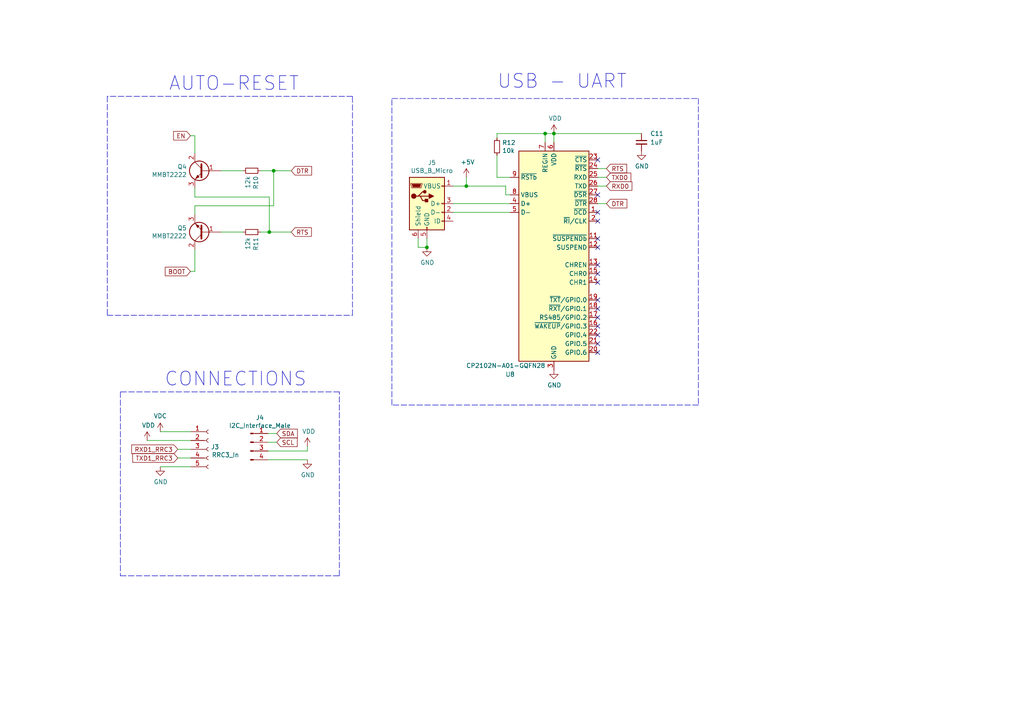
<source format=kicad_sch>
(kicad_sch (version 20211123) (generator eeschema)
  (paper "A4")
  (lib_symbols
    (symbol "Connector:Conn_01x04_Male" (pin_names (offset 1.016) hide)
      (property "Reference" "J" (at 0 5.08 0))
      (property "Value" "Conn_01x04_Male" (at 0 -7.62 0))
      (symbol "Conn_01x04_Male_1_1"
        (polyline (pts (xy 1.27 -5.08) (xy 0.8636 -5.08)) (stroke (width 0.1524)))
        (polyline (pts (xy 1.27 -2.54) (xy 0.8636 -2.54)) (stroke (width 0.1524)))
        (polyline (pts (xy 1.27 0) (xy 0.8636 0)) (stroke (width 0.1524)))
        (polyline (pts (xy 1.27 2.54) (xy 0.8636 2.54)) (stroke (width 0.1524)))
        (rectangle (start 0.8636 -4.953) (end 0 -5.207) (stroke (width 0.1524)) (fill (type outline)))
        (rectangle (start 0.8636 -2.413) (end 0 -2.667) (stroke (width 0.1524)) (fill (type outline)))
        (rectangle (start 0.8636 0.127) (end 0 -0.127) (stroke (width 0.1524)) (fill (type outline)))
        (rectangle (start 0.8636 2.667) (end 0 2.413) (stroke (width 0.1524)) (fill (type outline)))
        (pin passive line (at 5.08 2.54 180) (length 3.81) (name "Pin_1") (number "1"))
        (pin passive line (at 5.08 0 180) (length 3.81) (name "Pin_2") (number "2"))
        (pin passive line (at 5.08 -2.54 180) (length 3.81) (name "Pin_3") (number "3"))
        (pin passive line (at 5.08 -5.08 180) (length 3.81) (name "Pin_4") (number "4"))
      )
    )
    (symbol "Connector:Conn_01x05_Female" (pin_names (offset 1.016) hide)
      (property "Reference" "J" (at 0 7.62 0))
      (property "Value" "Conn_01x05_Female" (at 0 -7.62 0))
      (symbol "Conn_01x05_Female_1_1"
        (arc (start 0 -4.572) (mid -0.508 -5.08) (end 0 -5.588) (stroke (width 0.1524)))
        (arc (start 0 -2.032) (mid -0.508 -2.54) (end 0 -3.048) (stroke (width 0.1524)))
        (polyline (pts (xy -1.27 -5.08) (xy -0.508 -5.08)) (stroke (width 0.1524)))
        (polyline (pts (xy -1.27 -2.54) (xy -0.508 -2.54)) (stroke (width 0.1524)))
        (polyline (pts (xy -1.27 0) (xy -0.508 0)) (stroke (width 0.1524)))
        (polyline (pts (xy -1.27 2.54) (xy -0.508 2.54)) (stroke (width 0.1524)))
        (polyline (pts (xy -1.27 5.08) (xy -0.508 5.08)) (stroke (width 0.1524)))
        (arc (start 0 0.508) (mid -0.508 0) (end 0 -0.508) (stroke (width 0.1524)))
        (arc (start 0 3.048) (mid -0.508 2.54) (end 0 2.032) (stroke (width 0.1524)))
        (arc (start 0 5.588) (mid -0.508 5.08) (end 0 4.572) (stroke (width 0.1524)))
        (pin passive line (at -5.08 5.08 0) (length 3.81) (name "Pin_1") (number "1"))
        (pin passive line (at -5.08 2.54 0) (length 3.81) (name "Pin_2") (number "2"))
        (pin passive line (at -5.08 0 0) (length 3.81) (name "Pin_3") (number "3"))
        (pin passive line (at -5.08 -2.54 0) (length 3.81) (name "Pin_4") (number "4"))
        (pin passive line (at -5.08 -5.08 0) (length 3.81) (name "Pin_5") (number "5"))
      )
    )
    (symbol "Connector:USB_B_Micro" (pin_names (offset 1.016))
      (property "Reference" "J" (at -5.08 11.43 0))
      (property "Value" "USB_B_Micro" (at -5.08 8.89 0))
      (symbol "USB_B_Micro_0_1"
        (rectangle (start -5.08 -7.62) (end 5.08 7.62) (stroke (width 0.254)) (fill (type background)))
        (circle (center -3.81 2.159) (radius 0.635) (stroke (width 0.254)) (fill (type outline)))
        (circle (center -0.635 3.429) (radius 0.381) (stroke (width 0.254)) (fill (type outline)))
        (rectangle (start -0.127 -7.62) (end 0.127 -6.858))
        (polyline (pts (xy -1.905 2.159) (xy 0.635 2.159)) (stroke (width 0.254)))
        (polyline (pts (xy -3.175 2.159) (xy -2.54 2.159) (xy -1.27 3.429) (xy -0.635 3.429)) (stroke (width 0.254)))
        (polyline (pts (xy -2.54 2.159) (xy -1.905 2.159) (xy -1.27 0.889) (xy 0 0.889)) (stroke (width 0.254)))
        (polyline (pts (xy 0.635 2.794) (xy 0.635 1.524) (xy 1.905 2.159) (xy 0.635 2.794)) (stroke (width 0.254)) (fill (type outline)))
        (polyline (pts (xy -4.318 5.588) (xy -1.778 5.588) (xy -2.032 4.826) (xy -4.064 4.826) (xy -4.318 5.588)) (fill (type outline)))
        (polyline (pts (xy -4.699 5.842) (xy -4.699 5.588) (xy -4.445 4.826) (xy -4.445 4.572) (xy -1.651 4.572) (xy -1.651 4.826) (xy -1.397 5.588) (xy -1.397 5.842) (xy -4.699 5.842)))
        (rectangle (start 0.254 1.27) (end -0.508 0.508) (stroke (width 0.254)) (fill (type outline)))
        (rectangle (start 5.08 -5.207) (end 4.318 -4.953))
        (rectangle (start 5.08 -2.667) (end 4.318 -2.413))
        (rectangle (start 5.08 -0.127) (end 4.318 0.127))
        (rectangle (start 5.08 4.953) (end 4.318 5.207))
      )
      (symbol "USB_B_Micro_1_1"
        (pin power_out line (at 7.62 5.08 180) (length 2.54) (name "VBUS") (number "1"))
        (pin bidirectional line (at 7.62 -2.54 180) (length 2.54) (name "D-") (number "2"))
        (pin bidirectional line (at 7.62 0 180) (length 2.54) (name "D+") (number "3"))
        (pin passive line (at 7.62 -5.08 180) (length 2.54) (name "ID") (number "4"))
        (pin power_out line (at 0 -10.16 90) (length 2.54) (name "GND") (number "5"))
        (pin passive line (at -2.54 -10.16 90) (length 2.54) (name "Shield") (number "6"))
      )
    )
    (symbol "Device:C_Small" (pin_numbers hide) (pin_names (offset 0.254) hide)
      (property "Reference" "C" (at 0.254 1.778 0))
      (property "Value" "C_Small" (at 0.254 -2.032 0))
      (symbol "C_Small_0_1"
        (polyline (pts (xy -1.524 -0.508) (xy 1.524 -0.508)) (stroke (width 0.3302)))
        (polyline (pts (xy -1.524 0.508) (xy 1.524 0.508)) (stroke (width 0.3048)))
      )
      (symbol "C_Small_1_1"
        (pin passive line (at 0 2.54 270) (length 2.032) (name "~") (number "1"))
        (pin passive line (at 0 -2.54 90) (length 2.032) (name "~") (number "2"))
      )
    )
    (symbol "Device:Q_NPN_BCE" (pin_names (offset 0) hide)
      (property "Reference" "Q" (at 5.08 1.27 0))
      (property "Value" "Q_NPN_BCE" (at 5.08 -1.27 0))
      (symbol "Q_NPN_BCE_0_1"
        (polyline (pts (xy 0.635 0.635) (xy 2.54 2.54)))
        (polyline (pts (xy 0.635 -0.635) (xy 2.54 -2.54) (xy 2.54 -2.54)))
        (polyline (pts (xy 0.635 1.905) (xy 0.635 -1.905) (xy 0.635 -1.905)) (stroke (width 0.508)))
        (polyline (pts (xy 1.27 -1.778) (xy 1.778 -1.27) (xy 2.286 -2.286) (xy 1.27 -1.778) (xy 1.27 -1.778)) (fill (type outline)))
        (circle (center 1.27 0) (radius 2.8194) (stroke (width 0.254)))
      )
      (symbol "Q_NPN_BCE_1_1"
        (pin input line (at -5.08 0 0) (length 5.715) (name "B") (number "1"))
        (pin passive line (at 2.54 5.08 270) (length 2.54) (name "C") (number "2"))
        (pin passive line (at 2.54 -5.08 90) (length 2.54) (name "E") (number "3"))
      )
    )
    (symbol "Device:R_Small" (pin_numbers hide) (pin_names (offset 0.254) hide)
      (property "Reference" "R" (at 0.762 0.508 0))
      (property "Value" "R_Small" (at 0.762 -1.016 0))
      (symbol "R_Small_0_1"
        (rectangle (start -0.762 1.778) (end 0.762 -1.778) (stroke (width 0.2032)))
      )
      (symbol "R_Small_1_1"
        (pin passive line (at 0 2.54 270) (length 0.762) (name "~") (number "1"))
        (pin passive line (at 0 -2.54 90) (length 0.762) (name "~") (number "2"))
      )
    )
    (symbol "Interface_USB:CP2102N-A01-GQFN28"
      (property "Reference" "U" (at -7.62 31.75 0))
      (property "Value" "Interface_USB_CP2102N-A01-GQFN28" (at 26.67 31.75 0))
      (symbol "CP2102N-A01-GQFN28_0_1"
        (rectangle (start -10.16 30.48) (end 10.16 -30.48) (stroke (width 0.254)) (fill (type background)))
      )
      (symbol "CP2102N-A01-GQFN28_1_1"
        (pin input line (at 12.7 12.7 180) (length 2.54) (name "~{DCD}") (number "1"))
        (pin no_connect line (at -10.16 -10.16 0) (length 2.54) hide (name "NC") (number "10"))
        (pin output line (at 12.7 5.08 180) (length 2.54) (name "~{SUSPENDb}") (number "11"))
        (pin output line (at 12.7 2.54 180) (length 2.54) (name "SUSPEND") (number "12"))
        (pin output line (at 12.7 -2.54 180) (length 2.54) (name "CHREN") (number "13"))
        (pin output line (at 12.7 -7.62 180) (length 2.54) (name "CHR1") (number "14"))
        (pin output line (at 12.7 -5.08 180) (length 2.54) (name "CHR0") (number "15"))
        (pin bidirectional line (at 12.7 -20.32 180) (length 2.54) (name "~{WAKEUP}/GPIO.3") (number "16"))
        (pin bidirectional line (at 12.7 -17.78 180) (length 2.54) (name "RS485/GPIO.2") (number "17"))
        (pin bidirectional line (at 12.7 -15.24 180) (length 2.54) (name "~{RXT}/GPIO.1") (number "18"))
        (pin bidirectional line (at 12.7 -12.7 180) (length 2.54) (name "~{TXT}/GPIO.0") (number "19"))
        (pin bidirectional line (at 12.7 10.16 180) (length 2.54) (name "~{RI}/CLK") (number "2"))
        (pin bidirectional line (at 12.7 -27.94 180) (length 2.54) (name "GPIO.6") (number "20"))
        (pin bidirectional line (at 12.7 -25.4 180) (length 2.54) (name "GPIO.5") (number "21"))
        (pin bidirectional line (at 12.7 -22.86 180) (length 2.54) (name "GPIO.4") (number "22"))
        (pin input line (at 12.7 27.94 180) (length 2.54) (name "~{CTS}") (number "23"))
        (pin output line (at 12.7 25.4 180) (length 2.54) (name "~{RTS}") (number "24"))
        (pin input line (at 12.7 22.86 180) (length 2.54) (name "RXD") (number "25"))
        (pin output line (at 12.7 20.32 180) (length 2.54) (name "TXD") (number "26"))
        (pin input line (at 12.7 17.78 180) (length 2.54) (name "~{DSR}") (number "27"))
        (pin output line (at 12.7 15.24 180) (length 2.54) (name "~{DTR}") (number "28"))
        (pin passive line (at 0 -33.02 90) (length 2.54) hide (name "GND") (number "29"))
        (pin power_in line (at 0 -33.02 90) (length 2.54) (name "GND") (number "3"))
        (pin bidirectional line (at -12.7 15.24 0) (length 2.54) (name "D+") (number "4"))
        (pin bidirectional line (at -12.7 12.7 0) (length 2.54) (name "D-") (number "5"))
        (pin passive line (at 0 33.02 270) (length 2.54) (name "VDD") (number "6"))
        (pin power_in line (at -2.54 33.02 270) (length 2.54) (name "REGIN") (number "7"))
        (pin input line (at -12.7 17.78 0) (length 2.54) (name "VBUS") (number "8"))
        (pin input line (at -12.7 22.86 0) (length 2.54) (name "~{RSTb}") (number "9"))
      )
    )
    (symbol "power:+5V" (power) (pin_names (offset 0))
      (property "Value" "+5V" (at 0 3.556 0))
      (symbol "+5V_0_1"
        (polyline (pts (xy -0.762 1.27) (xy 0 2.54)))
        (polyline (pts (xy 0 0) (xy 0 2.54)))
        (polyline (pts (xy 0 2.54) (xy 0.762 1.27)))
      )
      (symbol "+5V_1_1"
        (pin power_in line (at 0 0 90) (length 0) hide (name "+5V") (number "1"))
      )
    )
    (symbol "power:GND" (power) (pin_names (offset 0))
      (property "Value" "GND" (at 0 -3.81 0))
      (symbol "GND_0_1"
        (polyline (pts (xy 0 0) (xy 0 -1.27) (xy 1.27 -1.27) (xy 0 -2.54) (xy -1.27 -1.27) (xy 0 -1.27)))
      )
      (symbol "GND_1_1"
        (pin power_in line (at 0 0 270) (length 0) hide (name "GND") (number "1"))
      )
    )
    (symbol "power:VDC" (power) (pin_names (offset 0))
      (property "Value" "VDC" (at 0 6.35 0))
      (symbol "VDC_0_1"
        (polyline (pts (xy -0.762 1.27) (xy 0 2.54)))
        (polyline (pts (xy 0 0) (xy 0 2.54)))
        (polyline (pts (xy 0 2.54) (xy 0.762 1.27)))
      )
      (symbol "VDC_1_1"
        (pin power_in line (at 0 0 90) (length 0) hide (name "VDC") (number "1"))
      )
    )
    (symbol "power:VDD" (power) (pin_names (offset 0))
      (property "Value" "VDD" (at 0 3.81 0))
      (symbol "VDD_0_1"
        (polyline (pts (xy -0.762 1.27) (xy 0 2.54)))
        (polyline (pts (xy 0 0) (xy 0 2.54)))
        (polyline (pts (xy 0 2.54) (xy 0.762 1.27)))
      )
      (symbol "VDD_1_1"
        (pin power_in line (at 0 0 90) (length 0) hide (name "VDD") (number "1"))
      )
    )
  )
  (junction (at 135.255 53.975))
  (junction (at 78.105 67.31))
  (junction (at 158.115 38.735))
  (junction (at 123.825 71.755))
  (junction (at 79.375 49.53))
  (junction (at 160.655 38.735))
  (no_connect (at 173.355 102.235))
  (no_connect (at 173.355 99.695))
  (no_connect (at 173.355 89.535))
  (no_connect (at 173.355 71.755))
  (no_connect (at 173.355 56.515))
  (no_connect (at 173.355 79.375))
  (no_connect (at 173.355 97.155))
  (no_connect (at 173.355 76.835))
  (no_connect (at 173.355 46.355))
  (no_connect (at 173.355 86.995))
  (no_connect (at 173.355 94.615))
  (no_connect (at 173.355 81.915))
  (no_connect (at 173.355 92.075))
  (no_connect (at 173.355 69.215))
  (no_connect (at 173.355 61.595))
  (no_connect (at 173.355 64.135))
  (wire (pts (xy 46.482 125.222) (xy 55.372 125.222)))
  (wire (pts (xy 131.445 61.595) (xy 147.955 61.595)))
  (wire (pts (xy 77.724 133.35) (xy 89.154 133.35)))
  (wire (pts (xy 131.445 59.055) (xy 147.955 59.055)))
  (wire (pts (xy 56.515 54.61) (xy 56.515 57.15)))
  (wire (pts (xy 77.724 130.81) (xy 89.154 130.81)))
  (wire (pts (xy 131.445 53.975) (xy 135.255 53.975)))
  (wire (pts (xy 175.895 59.055) (xy 173.355 59.055)))
  (polyline (pts (xy 202.565 117.475) (xy 113.665 117.475)))
  (wire (pts (xy 77.724 125.73) (xy 80.264 125.73)))
  (polyline (pts (xy 113.665 117.475) (xy 113.665 28.575)))
  (wire (pts (xy 78.105 67.31) (xy 84.455 67.31)))
  (wire (pts (xy 78.105 57.15) (xy 78.105 67.31)))
  (polyline (pts (xy 31.115 27.94) (xy 31.115 91.44)))
  (wire (pts (xy 55.372 130.302) (xy 51.562 130.302)))
  (wire (pts (xy 51.562 132.842) (xy 55.372 132.842)))
  (polyline (pts (xy 202.565 28.575) (xy 202.565 117.475)))
  (wire (pts (xy 46.482 135.382) (xy 55.372 135.382)))
  (wire (pts (xy 56.515 78.74) (xy 55.245 78.74)))
  (polyline (pts (xy 98.425 113.665) (xy 34.925 113.665)))
  (wire (pts (xy 160.655 38.735) (xy 186.055 38.735)))
  (polyline (pts (xy 98.425 167.005) (xy 98.425 113.665)))
  (wire (pts (xy 64.135 49.53) (xy 70.485 49.53)))
  (polyline (pts (xy 34.925 113.665) (xy 34.925 167.005)))
  (wire (pts (xy 146.685 56.515) (xy 147.955 56.515)))
  (wire (pts (xy 144.145 51.435) (xy 147.955 51.435)))
  (wire (pts (xy 42.672 127.762) (xy 55.372 127.762)))
  (polyline (pts (xy 113.665 28.575) (xy 202.565 28.575)))
  (wire (pts (xy 77.724 128.27) (xy 80.264 128.27)))
  (wire (pts (xy 89.154 130.81) (xy 89.154 129.54)))
  (wire (pts (xy 56.515 39.37) (xy 56.515 44.45)))
  (wire (pts (xy 173.355 53.975) (xy 175.895 53.975)))
  (polyline (pts (xy 34.925 167.005) (xy 98.425 167.005)))
  (wire (pts (xy 144.145 40.005) (xy 144.145 38.735)))
  (polyline (pts (xy 102.235 27.94) (xy 31.115 27.94)))
  (polyline (pts (xy 102.235 91.44) (xy 102.235 27.94)))
  (wire (pts (xy 160.655 41.275) (xy 160.655 38.735)))
  (wire (pts (xy 79.375 49.53) (xy 84.455 49.53)))
  (wire (pts (xy 75.565 67.31) (xy 78.105 67.31)))
  (wire (pts (xy 55.245 39.37) (xy 56.515 39.37)))
  (wire (pts (xy 173.355 48.895) (xy 175.895 48.895)))
  (wire (pts (xy 64.135 67.31) (xy 70.485 67.31)))
  (wire (pts (xy 79.375 59.69) (xy 79.375 49.53)))
  (wire (pts (xy 144.145 38.735) (xy 158.115 38.735)))
  (wire (pts (xy 75.565 49.53) (xy 79.375 49.53)))
  (wire (pts (xy 56.515 59.69) (xy 79.375 59.69)))
  (wire (pts (xy 158.115 38.735) (xy 160.655 38.735)))
  (wire (pts (xy 173.355 51.435) (xy 175.895 51.435)))
  (wire (pts (xy 135.255 53.975) (xy 135.255 51.435)))
  (wire (pts (xy 144.145 45.085) (xy 144.145 51.435)))
  (wire (pts (xy 56.515 57.15) (xy 78.105 57.15)))
  (wire (pts (xy 56.515 72.39) (xy 56.515 78.74)))
  (wire (pts (xy 121.285 69.215) (xy 121.285 71.755)))
  (wire (pts (xy 135.255 53.975) (xy 146.685 53.975)))
  (wire (pts (xy 56.515 62.23) (xy 56.515 59.69)))
  (wire (pts (xy 123.825 69.215) (xy 123.825 71.755)))
  (wire (pts (xy 121.285 71.755) (xy 123.825 71.755)))
  (wire (pts (xy 158.115 41.275) (xy 158.115 38.735)))
  (wire (pts (xy 146.685 53.975) (xy 146.685 56.515)))
  (polyline (pts (xy 31.115 91.44) (xy 102.235 91.44)))
  (text "USB - UART" (at 144.145 26.035 0) (effects (font (size 3.9878 3.9878)) (justify left bottom)))
  (text "CONNECTIONS" (at 47.625 112.395 0) (effects (font (size 3.9878 3.9878)) (justify left bottom)))
  (text "AUTO-RESET" (at 48.895 26.67 0) (effects (font (size 3.9878 3.9878)) (justify left bottom)))
  (global_label "SCL" (shape input) (at 80.264 128.27 0) (property "Intersheet References" "${INTERSHEET_REFS}" (effects hide)))
  (global_label "RXD1_RRC3" (shape input) (at 51.562 130.302 180) (property "Intersheet References" "${INTERSHEET_REFS}" (effects hide)))
  (global_label "RTS" (shape input) (at 84.455 67.31 0) (property "Intersheet References" "${INTERSHEET_REFS}" (effects hide)))
  (global_label "DTR" (shape input) (at 175.895 59.055 0) (property "Intersheet References" "${INTERSHEET_REFS}" (effects hide)))
  (global_label "BOOT" (shape input) (at 55.245 78.74 180) (property "Intersheet References" "${INTERSHEET_REFS}" (effects hide)))
  (global_label "EN" (shape input) (at 55.245 39.37 180) (property "Intersheet References" "${INTERSHEET_REFS}" (effects hide)))
  (global_label "TXD0" (shape input) (at 175.895 51.435 0) (property "Intersheet References" "${INTERSHEET_REFS}" (effects hide)))
  (global_label "RXD0" (shape input) (at 175.895 53.975 0) (property "Intersheet References" "${INTERSHEET_REFS}" (effects hide)))
  (global_label "RTS" (shape input) (at 175.895 48.895 0) (property "Intersheet References" "${INTERSHEET_REFS}" (effects hide)))
  (global_label "DTR" (shape input) (at 84.455 49.53 0) (property "Intersheet References" "${INTERSHEET_REFS}" (effects hide)))
  (global_label "TXD1_RRC3" (shape input) (at 51.562 132.842 180) (property "Intersheet References" "${INTERSHEET_REFS}" (effects hide)))
  (global_label "SDA" (shape input) (at 80.264 125.73 0) (property "Intersheet References" "${INTERSHEET_REFS}" (effects hide)))
  (symbol (lib_id "power:VDD") (at 42.672 127.762 0) (unit 1)
    (property "Reference" "#PWR0141" (effects hide))
    (property "Value" "VDD" (at 43.053 123.3678 0))
  )
  (symbol (lib_id "power:GND") (at 186.055 43.815 0) (unit 1)
    (property "Reference" "#PWR0136" (effects hide))
    (property "Value" "GND" (at 186.182 48.2092 0))
  )
  (symbol (lib_id "Device:Q_NPN_BCE") (at 59.055 49.53 0) (mirror y) (unit 1)
    (property "Reference" "Q4" (at 54.2036 48.3616 0) (effects (justify left)))
    (property "Value" "MMBT2222" (at 54.2036 50.673 0) (effects (justify left)))
    (property "Footprint" "Package_TO_SOT_SMD:SOT-23" (effects hide))
  )
  (symbol (lib_id "Device:R_Small") (at 144.145 42.545 0) (unit 1)
    (property "Reference" "R12" (at 145.6436 41.3766 0) (effects (justify left)))
    (property "Value" "10k" (at 145.6436 43.688 0) (effects (justify left)))
    (property "Footprint" "Resistor_SMD:R_0603_1608Metric" (effects hide))
  )
  (symbol (lib_id "power:GND") (at 89.154 133.35 0) (unit 1)
    (property "Reference" "#PWR0139" (effects hide))
    (property "Value" "GND" (at 89.281 137.7442 0))
  )
  (symbol (lib_id "power:VDC") (at 46.482 125.222 0) (unit 1)
    (property "Reference" "#PWR0142" (effects hide))
    (property "Value" "VDC" (at 46.482 120.65 0))
  )
  (symbol (lib_id "power:GND") (at 160.655 107.315 0) (unit 1)
    (property "Reference" "#PWR0134" (effects hide))
    (property "Value" "GND" (at 160.782 111.7092 0))
  )
  (symbol (lib_id "Device:R_Small") (at 73.025 49.53 270) (unit 1)
    (property "Reference" "R10" (at 74.1934 51.0286 0) (effects (justify left)))
    (property "Value" "12k" (at 71.882 51.0286 0) (effects (justify left)))
    (property "Footprint" "Resistor_SMD:R_0603_1608Metric" (effects hide))
  )
  (symbol (lib_id "Device:Q_NPN_BCE") (at 59.055 67.31 180) (unit 1)
    (property "Reference" "Q5" (at 54.2036 66.1416 0) (effects (justify left)))
    (property "Value" "MMBT2222" (at 54.2036 68.453 0) (effects (justify left)))
    (property "Footprint" "Package_TO_SOT_SMD:SOT-23" (effects hide))
  )
  (symbol (lib_id "Connector:USB_B_Micro") (at 123.825 59.055 0) (unit 1)
    (property "Reference" "J5" (at 125.2728 47.1932 0))
    (property "Value" "USB_B_Micro" (at 125.2728 49.5046 0))
    (property "Footprint" "Connector_USB:USB_Micro-B_Molex-105017-0001" (effects hide))
  )
  (symbol (lib_id "power:VDD") (at 160.655 38.735 0) (unit 1)
    (property "Reference" "#PWR0137" (effects hide))
    (property "Value" "VDD" (at 161.036 34.3408 0))
  )
  (symbol (lib_id "power:VDD") (at 89.154 129.54 0) (unit 1)
    (property "Reference" "#PWR0143" (effects hide))
    (property "Value" "VDD" (at 89.535 125.1458 0))
  )
  (symbol (lib_id "Connector:Conn_01x05_Female") (at 60.452 130.302 0) (unit 1)
    (property "Reference" "J3" (at 61.1632 129.6416 0) (effects (justify left)))
    (property "Value" "RRC3_In" (at 61.4172 131.953 0) (effects (justify left)))
    (property "Footprint" "Connector_JST:JST_PH_B5B-PH-K_1x05_P2.00mm_Vertical" (effects hide))
  )
  (symbol (lib_id "Device:R_Small") (at 73.025 67.31 270) (unit 1)
    (property "Reference" "R11" (at 74.1934 68.8086 0) (effects (justify left)))
    (property "Value" "12k" (at 71.882 68.8086 0) (effects (justify left)))
    (property "Footprint" "Resistor_SMD:R_0603_1608Metric" (effects hide))
  )
  (symbol (lib_id "power:+5V") (at 135.255 51.435 0) (unit 1)
    (property "Reference" "#PWR0138" (effects hide))
    (property "Value" "+5V" (at 135.636 47.0408 0))
  )
  (symbol (lib_id "Interface_USB:CP2102N-A01-GQFN28") (at 160.655 74.295 0) (unit 1)
    (property "Reference" "U8" (at 147.955 108.585 0))
    (property "Value" "CP2102N-A01-GQFN28" (at 146.685 106.045 0))
    (property "Footprint" "Package_DFN_QFN:QFN-28-1EP_5x5mm_P0.5mm_EP3.35x3.35mm" (effects hide))
    (property "Datasheet" "https://www.silabs.com/documents/public/data-sheets/cp2102n-datasheet.pdf" (effects hide))
  )
  (symbol (lib_id "power:GND") (at 46.482 135.382 0) (unit 1)
    (property "Reference" "#PWR0140" (effects hide))
    (property "Value" "GND" (at 46.609 139.7762 0))
  )
  (symbol (lib_id "power:GND") (at 123.825 71.755 0) (unit 1)
    (property "Reference" "#PWR0135" (effects hide))
    (property "Value" "GND" (at 123.952 76.1492 0))
  )
  (symbol (lib_id "Device:C_Small") (at 186.055 41.275 0) (unit 1)
    (property "Reference" "C11" (at 188.595 38.735 0) (effects (justify left)))
    (property "Value" "1uF" (at 188.595 41.275 0) (effects (justify left)))
    (property "Footprint" "Capacitor_SMD:C_0603_1608Metric" (effects hide))
  )
  (symbol (lib_id "Connector:Conn_01x04_Male") (at 72.644 128.27 0) (unit 1)
    (property "Reference" "J4" (at 75.3872 121.1326 0))
    (property "Value" "I2C_Interface_Male" (at 75.3872 123.444 0))
    (property "Footprint" "Connector_PinHeader_2.54mm:PinHeader_1x04_P2.54mm_Vertical" (effects hide))
  )
)
</source>
